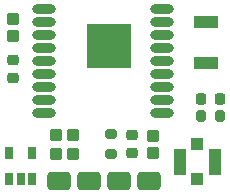
<source format=gbs>
%TF.GenerationSoftware,KiCad,Pcbnew,(5.99.0-6613-ge739d5ba65)*%
%TF.CreationDate,2020-11-02T19:14:16+01:00*%
%TF.ProjectId,min_sx1280,6d696e5f-7378-4313-9238-302e6b696361,rev?*%
%TF.SameCoordinates,PX5f31df8PY89d6220*%
%TF.FileFunction,Soldermask,Bot*%
%TF.FilePolarity,Negative*%
%FSLAX46Y46*%
G04 Gerber Fmt 4.6, Leading zero omitted, Abs format (unit mm)*
G04 Created by KiCad (PCBNEW (5.99.0-6613-ge739d5ba65)) date 2020-11-02 19:14:16*
%MOMM*%
%LPD*%
G01*
G04 APERTURE LIST*
G04 Aperture macros list*
%AMRoundRect*
0 Rectangle with rounded corners*
0 $1 Rounding radius*
0 $2 $3 $4 $5 $6 $7 $8 $9 X,Y pos of 4 corners*
0 Add a 4 corners polygon primitive as box body*
4,1,4,$2,$3,$4,$5,$6,$7,$8,$9,$2,$3,0*
0 Add four circle primitives for the rounded corners*
1,1,$1+$1,$2,$3,0*
1,1,$1+$1,$4,$5,0*
1,1,$1+$1,$6,$7,0*
1,1,$1+$1,$8,$9,0*
0 Add four rect primitives between the rounded corners*
20,1,$1+$1,$2,$3,$4,$5,0*
20,1,$1+$1,$4,$5,$6,$7,0*
20,1,$1+$1,$6,$7,$8,$9,0*
20,1,$1+$1,$8,$9,$2,$3,0*%
G04 Aperture macros list end*
%ADD10RoundRect,0.250000X-0.275000X0.287500X-0.275000X-0.287500X0.275000X-0.287500X0.275000X0.287500X0*%
%ADD11RoundRect,0.200000X-0.200000X-0.275000X0.200000X-0.275000X0.200000X0.275000X-0.200000X0.275000X0*%
%ADD12RoundRect,0.218750X-0.218750X-0.256250X0.218750X-0.256250X0.218750X0.256250X-0.218750X0.256250X0*%
%ADD13RoundRect,0.250000X0.275000X-0.287500X0.275000X0.287500X-0.275000X0.287500X-0.275000X-0.287500X0*%
%ADD14R,2.000000X1.000000*%
%ADD15RoundRect,0.250000X-0.287500X-0.275000X0.287500X-0.275000X0.287500X0.275000X-0.287500X0.275000X0*%
%ADD16RoundRect,0.200000X-0.275000X0.200000X-0.275000X-0.200000X0.275000X-0.200000X0.275000X0.200000X0*%
%ADD17RoundRect,0.225000X-0.250000X0.225000X-0.250000X-0.225000X0.250000X-0.225000X0.250000X0.225000X0*%
%ADD18RoundRect,0.300228X-0.699772X-0.461772X0.699772X-0.461772X0.699772X0.461772X-0.699772X0.461772X0*%
%ADD19R,0.650000X1.060000*%
%ADD20O,2.000000X0.800000*%
%ADD21R,3.700000X3.700000*%
%ADD22R,1.000000X1.050000*%
%ADD23R,1.050000X2.200000*%
G04 APERTURE END LIST*
D10*
%TO.C,C5*%
X13306000Y4969500D03*
X13306000Y3544500D03*
%TD*%
D11*
%TO.C,R4*%
X17331000Y6607000D03*
X18981000Y6607000D03*
%TD*%
D12*
%TO.C,D1*%
X17368500Y8107000D03*
X18943500Y8107000D03*
%TD*%
D13*
%TO.C,C6*%
X1431000Y13419500D03*
X1431000Y14844500D03*
%TD*%
D14*
%TO.C,SW1*%
X17806000Y14557000D03*
X17806000Y11157000D03*
%TD*%
D15*
%TO.C,C1*%
X5093500Y3457000D03*
X6518500Y3457000D03*
%TD*%
%TO.C,C2*%
X5093500Y5032000D03*
X6518500Y5032000D03*
%TD*%
D16*
%TO.C,R3*%
X9706000Y5107000D03*
X9706000Y3457000D03*
%TD*%
D17*
%TO.C,C3*%
X11481000Y5057000D03*
X11481000Y3507000D03*
%TD*%
D18*
%TO.C,J1*%
X12921000Y1107000D03*
X10381000Y1107000D03*
X7841000Y1107000D03*
X5301000Y1107000D03*
%TD*%
D19*
%TO.C,U1*%
X3031000Y1307000D03*
X2081000Y1307000D03*
X1131000Y1307000D03*
X1131000Y3507000D03*
X3031000Y3507000D03*
%TD*%
D17*
%TO.C,C4*%
X1431000Y11407000D03*
X1431000Y9857000D03*
%TD*%
D20*
%TO.C,U2*%
X4031000Y6907000D03*
X4031000Y8007000D03*
X4031000Y9107000D03*
X4031000Y10207000D03*
X4031000Y11307000D03*
X4031000Y12407000D03*
X4031000Y13507000D03*
X4031000Y14607000D03*
X4031000Y15707000D03*
X14031000Y15707000D03*
X14031000Y14607000D03*
X14031000Y13507000D03*
X14031000Y12407000D03*
X14031000Y11307000D03*
X14031000Y10207000D03*
X14031000Y9107000D03*
X14031000Y8007000D03*
X14031000Y6907000D03*
D21*
X9531000Y12557000D03*
%TD*%
D22*
%TO.C,AE2*%
X17056000Y1282000D03*
D23*
X15581000Y2782000D03*
X18531000Y2782000D03*
D22*
X17056000Y4282000D03*
%TD*%
M02*

</source>
